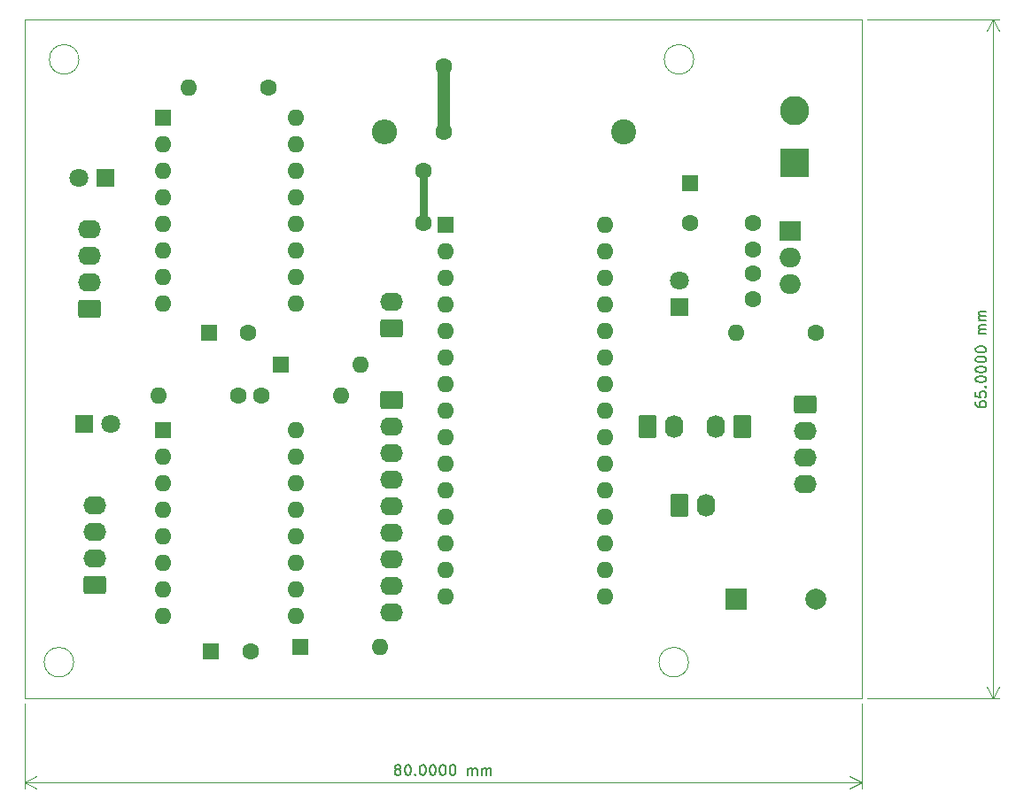
<source format=gbr>
%TF.GenerationSoftware,KiCad,Pcbnew,8.0.6*%
%TF.CreationDate,2026-01-06T07:00:52+07:00*%
%TF.ProjectId,Tesla coil winder Control board ,5465736c-6120-4636-9f69-6c2077696e64,rev?*%
%TF.SameCoordinates,Original*%
%TF.FileFunction,Copper,L1,Top*%
%TF.FilePolarity,Positive*%
%FSLAX46Y46*%
G04 Gerber Fmt 4.6, Leading zero omitted, Abs format (unit mm)*
G04 Created by KiCad (PCBNEW 8.0.6) date 2026-01-06 07:00:52*
%MOMM*%
%LPD*%
G01*
G04 APERTURE LIST*
G04 Aperture macros list*
%AMRoundRect*
0 Rectangle with rounded corners*
0 $1 Rounding radius*
0 $2 $3 $4 $5 $6 $7 $8 $9 X,Y pos of 4 corners*
0 Add a 4 corners polygon primitive as box body*
4,1,4,$2,$3,$4,$5,$6,$7,$8,$9,$2,$3,0*
0 Add four circle primitives for the rounded corners*
1,1,$1+$1,$2,$3*
1,1,$1+$1,$4,$5*
1,1,$1+$1,$6,$7*
1,1,$1+$1,$8,$9*
0 Add four rect primitives between the rounded corners*
20,1,$1+$1,$2,$3,$4,$5,0*
20,1,$1+$1,$4,$5,$6,$7,0*
20,1,$1+$1,$6,$7,$8,$9,0*
20,1,$1+$1,$8,$9,$2,$3,0*%
G04 Aperture macros list end*
%TA.AperFunction,ComponentPad*%
%ADD10C,1.600000*%
%TD*%
%TA.AperFunction,ComponentPad*%
%ADD11O,1.600000X1.600000*%
%TD*%
%TA.AperFunction,ComponentPad*%
%ADD12RoundRect,0.250000X0.845000X-0.620000X0.845000X0.620000X-0.845000X0.620000X-0.845000X-0.620000X0*%
%TD*%
%TA.AperFunction,ComponentPad*%
%ADD13O,2.190000X1.740000*%
%TD*%
%TA.AperFunction,ComponentPad*%
%ADD14RoundRect,0.250000X0.620000X0.845000X-0.620000X0.845000X-0.620000X-0.845000X0.620000X-0.845000X0*%
%TD*%
%TA.AperFunction,ComponentPad*%
%ADD15O,1.740000X2.190000*%
%TD*%
%TA.AperFunction,ComponentPad*%
%ADD16R,2.000000X1.905000*%
%TD*%
%TA.AperFunction,ComponentPad*%
%ADD17O,2.000000X1.905000*%
%TD*%
%TA.AperFunction,ComponentPad*%
%ADD18R,2.800000X2.800000*%
%TD*%
%TA.AperFunction,ComponentPad*%
%ADD19C,2.800000*%
%TD*%
%TA.AperFunction,ComponentPad*%
%ADD20RoundRect,0.250000X-0.620000X-0.845000X0.620000X-0.845000X0.620000X0.845000X-0.620000X0.845000X0*%
%TD*%
%TA.AperFunction,ComponentPad*%
%ADD21R,1.800000X1.800000*%
%TD*%
%TA.AperFunction,ComponentPad*%
%ADD22C,1.800000*%
%TD*%
%TA.AperFunction,ComponentPad*%
%ADD23R,1.600000X1.600000*%
%TD*%
%TA.AperFunction,ComponentPad*%
%ADD24RoundRect,0.250000X-0.845000X0.620000X-0.845000X-0.620000X0.845000X-0.620000X0.845000X0.620000X0*%
%TD*%
%TA.AperFunction,ComponentPad*%
%ADD25R,2.000000X2.000000*%
%TD*%
%TA.AperFunction,ComponentPad*%
%ADD26C,2.000000*%
%TD*%
%TA.AperFunction,ComponentPad*%
%ADD27C,2.400000*%
%TD*%
%TA.AperFunction,ComponentPad*%
%ADD28O,2.400000X2.400000*%
%TD*%
%TA.AperFunction,ViaPad*%
%ADD29C,1.600000*%
%TD*%
%TA.AperFunction,Conductor*%
%ADD30C,1.200000*%
%TD*%
%TA.AperFunction,Conductor*%
%ADD31C,0.800000*%
%TD*%
%TA.AperFunction,Profile*%
%ADD32C,0.050000*%
%TD*%
%ADD33C,0.150000*%
G04 APERTURE END LIST*
D10*
%TO.P,C5,1*%
%TO.N,+5V*%
X111500000Y-42810000D03*
%TO.P,C5,2*%
%TO.N,GNDPWR*%
X111500000Y-45310000D03*
%TD*%
%TO.P,R1,1*%
%TO.N,+5V*%
X65223144Y-25000000D03*
D11*
%TO.P,R1,2*%
%TO.N,Net-(D2-A)*%
X57603144Y-25000000D03*
%TD*%
D12*
%TO.P,J5,1,Pin_1*%
%TO.N,Net-(A3-B2)*%
X48603144Y-72576856D03*
D13*
%TO.P,J5,2,Pin_2*%
%TO.N,Net-(A3-B1)*%
X48603144Y-70036856D03*
%TO.P,J5,3,Pin_3*%
%TO.N,Net-(A3-A1)*%
X48603144Y-67496856D03*
%TO.P,J5,4,Pin_4*%
%TO.N,Net-(A3-A2)*%
X48603144Y-64956856D03*
%TD*%
D14*
%TO.P,J7,1,Pin_1*%
%TO.N,/Gantry limit -*%
X110540000Y-57500000D03*
D15*
%TO.P,J7,2,Pin_2*%
%TO.N,GNDPWR*%
X108000000Y-57500000D03*
%TD*%
D16*
%TO.P,U1,1,VI*%
%TO.N,+24V*%
X115055000Y-38730000D03*
D17*
%TO.P,U1,2,GND*%
%TO.N,GNDPWR*%
X115055000Y-41270000D03*
%TO.P,U1,3,VO*%
%TO.N,+5V*%
X115055000Y-43810000D03*
%TD*%
D10*
%TO.P,R4,1*%
%TO.N,+5V*%
X64500000Y-54500000D03*
D11*
%TO.P,R4,2*%
%TO.N,/e stop*%
X72120000Y-54500000D03*
%TD*%
D18*
%TO.P,J3,1,Pin_1*%
%TO.N,GNDPWR*%
X115500000Y-32230000D03*
D19*
%TO.P,J3,2,Pin_2*%
%TO.N,Net-(J3-Pin_2)*%
X115500000Y-27230000D03*
%TD*%
D20*
%TO.P,J8,1,Pin_1*%
%TO.N,/Tension switch*%
X104460000Y-65000000D03*
D15*
%TO.P,J8,2,Pin_2*%
%TO.N,GNDPWR*%
X107000000Y-65000000D03*
%TD*%
D12*
%TO.P,J4,1,Pin_1*%
%TO.N,Net-(A2-B2)*%
X48103144Y-46200000D03*
D13*
%TO.P,J4,2,Pin_2*%
%TO.N,Net-(A2-B1)*%
X48103144Y-43660000D03*
%TO.P,J4,3,Pin_3*%
%TO.N,Net-(A2-A1)*%
X48103144Y-41120000D03*
%TO.P,J4,4,Pin_4*%
%TO.N,Net-(A2-A2)*%
X48103144Y-38580000D03*
%TD*%
D21*
%TO.P,D2,1,K*%
%TO.N,Net-(A2-~{FLT})*%
X49603144Y-33696856D03*
D22*
%TO.P,D2,2,A*%
%TO.N,Net-(D2-A)*%
X47063144Y-33696856D03*
%TD*%
D23*
%TO.P,A1,1,TX1*%
%TO.N,/dir 1*%
X82180000Y-38120000D03*
D11*
%TO.P,A1,2,RX1*%
%TO.N,/dir 2*%
X82180000Y-40660000D03*
%TO.P,A1,3,~{RESET}*%
%TO.N,unconnected-(A1-~{RESET}-Pad3)*%
X82180000Y-43200000D03*
%TO.P,A1,4,GND*%
%TO.N,GNDPWR*%
X82180000Y-45740000D03*
%TO.P,A1,5,D2*%
%TO.N,/e stop*%
X82180000Y-48280000D03*
%TO.P,A1,6,D3*%
%TO.N,Net-(A1-D3)*%
X82180000Y-50820000D03*
%TO.P,A1,7,D4*%
%TO.N,Net-(A1-D4)*%
X82180000Y-53360000D03*
%TO.P,A1,8,D5*%
%TO.N,Net-(A1-D5)*%
X82180000Y-55900000D03*
%TO.P,A1,9,D6*%
%TO.N,Net-(A1-D6)*%
X82180000Y-58440000D03*
%TO.P,A1,10,D7*%
%TO.N,Net-(A1-D7)*%
X82180000Y-60980000D03*
%TO.P,A1,11,D8*%
%TO.N,Net-(A1-D8)*%
X82180000Y-63520000D03*
%TO.P,A1,12,D9*%
%TO.N,/step 2*%
X82180000Y-66060000D03*
%TO.P,A1,13,D10*%
%TO.N,/step 1*%
X82180000Y-68600000D03*
%TO.P,A1,14,MOSI*%
%TO.N,Net-(A1-MOSI)*%
X82180000Y-71140000D03*
%TO.P,A1,15,MISO*%
%TO.N,Net-(A1-MISO)*%
X82180000Y-73680000D03*
%TO.P,A1,16,SCK*%
%TO.N,Net-(A1-SCK)*%
X97420000Y-73680000D03*
%TO.P,A1,17,3V3*%
%TO.N,unconnected-(A1-3V3-Pad17)*%
X97420000Y-71140000D03*
%TO.P,A1,18,AREF*%
%TO.N,unconnected-(A1-AREF-Pad18)*%
X97420000Y-68600000D03*
%TO.P,A1,19,A0*%
%TO.N,/Keypad 9*%
X97420000Y-66060000D03*
%TO.P,A1,20,A1*%
%TO.N,/Tension switch*%
X97420000Y-63520000D03*
%TO.P,A1,21,A2*%
%TO.N,/Gantry limit -*%
X97420000Y-60980000D03*
%TO.P,A1,22,A3*%
%TO.N,/Gantry limit +*%
X97420000Y-58440000D03*
%TO.P,A1,23,SDA/A4*%
%TO.N,/SDA*%
X97420000Y-55900000D03*
%TO.P,A1,24,SCL/A5*%
%TO.N,/SCL*%
X97420000Y-53360000D03*
%TO.P,A1,25,A6*%
%TO.N,unconnected-(A1-A6-Pad25)*%
X97420000Y-50820000D03*
%TO.P,A1,26,A7*%
%TO.N,unconnected-(A1-A7-Pad26)*%
X97420000Y-48280000D03*
%TO.P,A1,27,+5V*%
%TO.N,+5V*%
X97420000Y-45740000D03*
%TO.P,A1,28,~{RESET}*%
%TO.N,unconnected-(A1-~{RESET}-Pad28)*%
X97420000Y-43200000D03*
%TO.P,A1,29,GND*%
%TO.N,GNDPWR*%
X97420000Y-40660000D03*
%TO.P,A1,30,VIN*%
%TO.N,unconnected-(A1-VIN-Pad30)*%
X97420000Y-38120000D03*
%TD*%
D23*
%TO.P,C2,1*%
%TO.N,+24V*%
X59500000Y-48500000D03*
D10*
%TO.P,C2,2*%
%TO.N,GNDPWR*%
X63300000Y-48500000D03*
%TD*%
%TO.P,C4,1*%
%TO.N,+24V*%
X111500000Y-38000000D03*
%TO.P,C4,2*%
%TO.N,GNDPWR*%
X111500000Y-40500000D03*
%TD*%
%TO.P,R3,1*%
%TO.N,GNDPWR*%
X117555000Y-48500000D03*
D11*
%TO.P,R3,2*%
%TO.N,Net-(D3-K)*%
X109935000Y-48500000D03*
%TD*%
D20*
%TO.P,J6,1,Pin_1*%
%TO.N,/Gantry limit +*%
X101460000Y-57500000D03*
D15*
%TO.P,J6,2,Pin_2*%
%TO.N,GNDPWR*%
X104000000Y-57500000D03*
%TD*%
D10*
%TO.P,R2,1*%
%TO.N,+5V*%
X62310000Y-54500000D03*
D11*
%TO.P,R2,2*%
%TO.N,Net-(D1-A)*%
X54690000Y-54500000D03*
%TD*%
D23*
%TO.P,A3,1,GND*%
%TO.N,GNDPWR*%
X55103144Y-57766856D03*
D11*
%TO.P,A3,2,~{FLT}*%
%TO.N,Net-(A3-~{FLT})*%
X55103144Y-60306856D03*
%TO.P,A3,3,A2*%
%TO.N,Net-(A3-A2)*%
X55103144Y-62846856D03*
%TO.P,A3,4,A1*%
%TO.N,Net-(A3-A1)*%
X55103144Y-65386856D03*
%TO.P,A3,5,B1*%
%TO.N,Net-(A3-B1)*%
X55103144Y-67926856D03*
%TO.P,A3,6,B2*%
%TO.N,Net-(A3-B2)*%
X55103144Y-70466856D03*
%TO.P,A3,7,GND*%
%TO.N,GNDPWR*%
X55103144Y-73006856D03*
%TO.P,A3,8,VMOT*%
%TO.N,+24V*%
X55103144Y-75546856D03*
%TO.P,A3,9,~{EN}*%
%TO.N,Net-(A3-~{EN})*%
X67803144Y-75546856D03*
%TO.P,A3,10,M0*%
%TO.N,Net-(A3-M0)*%
X67803144Y-73006856D03*
%TO.P,A3,11,M1*%
%TO.N,Net-(A3-M1)*%
X67803144Y-70466856D03*
%TO.P,A3,12,M2*%
%TO.N,Net-(A3-M2)*%
X67803144Y-67926856D03*
%TO.P,A3,13,~{RST}*%
%TO.N,+5V*%
X67803144Y-65386856D03*
%TO.P,A3,14,~{SLP}*%
X67803144Y-62846856D03*
%TO.P,A3,15,STEP*%
%TO.N,/step 2*%
X67803144Y-60306856D03*
%TO.P,A3,16,DIR*%
%TO.N,/dir 2*%
X67803144Y-57766856D03*
%TD*%
D23*
%TO.P,C1,1*%
%TO.N,+24V*%
X59700000Y-79000000D03*
D10*
%TO.P,C1,2*%
%TO.N,GNDPWR*%
X63500000Y-79000000D03*
%TD*%
D24*
%TO.P,J10,1,Pin_1*%
%TO.N,Net-(A1-D3)*%
X77000000Y-54920000D03*
D13*
%TO.P,J10,2,Pin_2*%
%TO.N,Net-(A1-D4)*%
X77000000Y-57460000D03*
%TO.P,J10,3,Pin_3*%
%TO.N,Net-(A1-D5)*%
X77000000Y-60000000D03*
%TO.P,J10,4,Pin_4*%
%TO.N,Net-(A1-D6)*%
X77000000Y-62540000D03*
%TO.P,J10,5,Pin_5*%
%TO.N,Net-(A1-D7)*%
X77000000Y-65080000D03*
%TO.P,J10,6,Pin_6*%
%TO.N,Net-(A1-D8)*%
X77000000Y-67620000D03*
%TO.P,J10,7,Pin_7*%
%TO.N,Net-(A1-MOSI)*%
X77000000Y-70160000D03*
%TO.P,J10,8,Pin_8*%
%TO.N,Net-(A1-MISO)*%
X77000000Y-72700000D03*
%TO.P,J10,9,Pin_9*%
%TO.N,/Keypad 9*%
X77000000Y-75240000D03*
%TD*%
D24*
%TO.P,J2,1,Pin_1*%
%TO.N,/SCL*%
X116500000Y-55380000D03*
D13*
%TO.P,J2,2,Pin_2*%
%TO.N,/SDA*%
X116500000Y-57920000D03*
%TO.P,J2,3,Pin_3*%
%TO.N,+5V*%
X116500000Y-60460000D03*
%TO.P,J2,4,Pin_4*%
%TO.N,GNDPWR*%
X116500000Y-63000000D03*
%TD*%
D23*
%TO.P,A2,1,GND*%
%TO.N,GNDPWR*%
X55103144Y-27920000D03*
D11*
%TO.P,A2,2,~{FLT}*%
%TO.N,Net-(A2-~{FLT})*%
X55103144Y-30460000D03*
%TO.P,A2,3,A2*%
%TO.N,Net-(A2-A2)*%
X55103144Y-33000000D03*
%TO.P,A2,4,A1*%
%TO.N,Net-(A2-A1)*%
X55103144Y-35540000D03*
%TO.P,A2,5,B1*%
%TO.N,Net-(A2-B1)*%
X55103144Y-38080000D03*
%TO.P,A2,6,B2*%
%TO.N,Net-(A2-B2)*%
X55103144Y-40620000D03*
%TO.P,A2,7,GND*%
%TO.N,GNDPWR*%
X55103144Y-43160000D03*
%TO.P,A2,8,VMOT*%
%TO.N,+24V*%
X55103144Y-45700000D03*
%TO.P,A2,9,~{EN}*%
%TO.N,Net-(A2-~{EN})*%
X67803144Y-45700000D03*
%TO.P,A2,10,M0*%
%TO.N,Net-(A2-M0)*%
X67803144Y-43160000D03*
%TO.P,A2,11,M1*%
%TO.N,Net-(A2-M1)*%
X67803144Y-40620000D03*
%TO.P,A2,12,M2*%
%TO.N,Net-(A2-M2)*%
X67803144Y-38080000D03*
%TO.P,A2,13,~{RST}*%
%TO.N,+5V*%
X67803144Y-35540000D03*
%TO.P,A2,14,~{SLP}*%
X67803144Y-33000000D03*
%TO.P,A2,15,STEP*%
%TO.N,/step 1*%
X67803144Y-30460000D03*
%TO.P,A2,16,DIR*%
%TO.N,/dir 1*%
X67803144Y-27920000D03*
%TD*%
D25*
%TO.P,BZ1,1,+*%
%TO.N,Net-(A1-SCK)*%
X109900000Y-74000000D03*
D26*
%TO.P,BZ1,2,-*%
%TO.N,GNDPWR*%
X117500000Y-74000000D03*
%TD*%
D23*
%TO.P,C3,1*%
%TO.N,+24V*%
X105500000Y-34200000D03*
D10*
%TO.P,C3,2*%
%TO.N,GNDPWR*%
X105500000Y-38000000D03*
%TD*%
D23*
%TO.P,D5,1,K*%
%TO.N,Net-(A3-~{EN})*%
X68303144Y-78536856D03*
D11*
%TO.P,D5,2,A*%
%TO.N,/e stop*%
X75923144Y-78536856D03*
%TD*%
D12*
%TO.P,J9,1,Pin_1*%
%TO.N,/e stop*%
X77020000Y-48040000D03*
D13*
%TO.P,J9,2,Pin_2*%
%TO.N,GNDPWR*%
X77020000Y-45500000D03*
%TD*%
D21*
%TO.P,D1,1,K*%
%TO.N,Net-(A3-~{FLT})*%
X47563144Y-57196856D03*
D22*
%TO.P,D1,2,A*%
%TO.N,Net-(D1-A)*%
X50103144Y-57196856D03*
%TD*%
D21*
%TO.P,D3,1,K*%
%TO.N,Net-(D3-K)*%
X104500000Y-46040000D03*
D22*
%TO.P,D3,2,A*%
%TO.N,+24V*%
X104500000Y-43500000D03*
%TD*%
D27*
%TO.P,F1,1*%
%TO.N,Net-(J3-Pin_2)*%
X99200000Y-29230000D03*
D28*
%TO.P,F1,2*%
%TO.N,+24V*%
X76340000Y-29230000D03*
%TD*%
D23*
%TO.P,D4,1,K*%
%TO.N,Net-(A2-~{EN})*%
X66380000Y-51536856D03*
D11*
%TO.P,D4,2,A*%
%TO.N,/e stop*%
X74000000Y-51536856D03*
%TD*%
D29*
%TO.N,+24V*%
X82000000Y-23000000D03*
X82000000Y-29230000D03*
%TO.N,/dir 1*%
X80000000Y-38000000D03*
X80000000Y-33000000D03*
%TD*%
D30*
%TO.N,+24V*%
X82000000Y-29230000D02*
X82000000Y-23000000D01*
D31*
%TO.N,/dir 1*%
X80000000Y-38000000D02*
X80000000Y-33000000D01*
%TD*%
D32*
X46603145Y-80000000D02*
G75*
G02*
X43774717Y-80000000I-1414214J0D01*
G01*
X43774717Y-80000000D02*
G75*
G02*
X46603145Y-80000000I1414214J0D01*
G01*
X105868717Y-22333726D02*
G75*
G02*
X103040289Y-22333726I-1414214J0D01*
G01*
X103040289Y-22333726D02*
G75*
G02*
X105868717Y-22333726I1414214J0D01*
G01*
X41915087Y-18487449D02*
X121915087Y-18487449D01*
X121915087Y-83487449D01*
X41915087Y-83487449D01*
X41915087Y-18487449D01*
X105368717Y-80000000D02*
G75*
G02*
X102540289Y-80000000I-1414214J0D01*
G01*
X102540289Y-80000000D02*
G75*
G02*
X105368717Y-80000000I1414214J0D01*
G01*
X47103145Y-22333726D02*
G75*
G02*
X44274717Y-22333726I-1414214J0D01*
G01*
X44274717Y-22333726D02*
G75*
G02*
X47103145Y-22333726I1414214J0D01*
G01*
D33*
X77486516Y-90233389D02*
X77391278Y-90185770D01*
X77391278Y-90185770D02*
X77343659Y-90138151D01*
X77343659Y-90138151D02*
X77296040Y-90042913D01*
X77296040Y-90042913D02*
X77296040Y-89995294D01*
X77296040Y-89995294D02*
X77343659Y-89900056D01*
X77343659Y-89900056D02*
X77391278Y-89852437D01*
X77391278Y-89852437D02*
X77486516Y-89804818D01*
X77486516Y-89804818D02*
X77676992Y-89804818D01*
X77676992Y-89804818D02*
X77772230Y-89852437D01*
X77772230Y-89852437D02*
X77819849Y-89900056D01*
X77819849Y-89900056D02*
X77867468Y-89995294D01*
X77867468Y-89995294D02*
X77867468Y-90042913D01*
X77867468Y-90042913D02*
X77819849Y-90138151D01*
X77819849Y-90138151D02*
X77772230Y-90185770D01*
X77772230Y-90185770D02*
X77676992Y-90233389D01*
X77676992Y-90233389D02*
X77486516Y-90233389D01*
X77486516Y-90233389D02*
X77391278Y-90281008D01*
X77391278Y-90281008D02*
X77343659Y-90328627D01*
X77343659Y-90328627D02*
X77296040Y-90423865D01*
X77296040Y-90423865D02*
X77296040Y-90614341D01*
X77296040Y-90614341D02*
X77343659Y-90709579D01*
X77343659Y-90709579D02*
X77391278Y-90757199D01*
X77391278Y-90757199D02*
X77486516Y-90804818D01*
X77486516Y-90804818D02*
X77676992Y-90804818D01*
X77676992Y-90804818D02*
X77772230Y-90757199D01*
X77772230Y-90757199D02*
X77819849Y-90709579D01*
X77819849Y-90709579D02*
X77867468Y-90614341D01*
X77867468Y-90614341D02*
X77867468Y-90423865D01*
X77867468Y-90423865D02*
X77819849Y-90328627D01*
X77819849Y-90328627D02*
X77772230Y-90281008D01*
X77772230Y-90281008D02*
X77676992Y-90233389D01*
X78486516Y-89804818D02*
X78581754Y-89804818D01*
X78581754Y-89804818D02*
X78676992Y-89852437D01*
X78676992Y-89852437D02*
X78724611Y-89900056D01*
X78724611Y-89900056D02*
X78772230Y-89995294D01*
X78772230Y-89995294D02*
X78819849Y-90185770D01*
X78819849Y-90185770D02*
X78819849Y-90423865D01*
X78819849Y-90423865D02*
X78772230Y-90614341D01*
X78772230Y-90614341D02*
X78724611Y-90709579D01*
X78724611Y-90709579D02*
X78676992Y-90757199D01*
X78676992Y-90757199D02*
X78581754Y-90804818D01*
X78581754Y-90804818D02*
X78486516Y-90804818D01*
X78486516Y-90804818D02*
X78391278Y-90757199D01*
X78391278Y-90757199D02*
X78343659Y-90709579D01*
X78343659Y-90709579D02*
X78296040Y-90614341D01*
X78296040Y-90614341D02*
X78248421Y-90423865D01*
X78248421Y-90423865D02*
X78248421Y-90185770D01*
X78248421Y-90185770D02*
X78296040Y-89995294D01*
X78296040Y-89995294D02*
X78343659Y-89900056D01*
X78343659Y-89900056D02*
X78391278Y-89852437D01*
X78391278Y-89852437D02*
X78486516Y-89804818D01*
X79248421Y-90709579D02*
X79296040Y-90757199D01*
X79296040Y-90757199D02*
X79248421Y-90804818D01*
X79248421Y-90804818D02*
X79200802Y-90757199D01*
X79200802Y-90757199D02*
X79248421Y-90709579D01*
X79248421Y-90709579D02*
X79248421Y-90804818D01*
X79915087Y-89804818D02*
X80010325Y-89804818D01*
X80010325Y-89804818D02*
X80105563Y-89852437D01*
X80105563Y-89852437D02*
X80153182Y-89900056D01*
X80153182Y-89900056D02*
X80200801Y-89995294D01*
X80200801Y-89995294D02*
X80248420Y-90185770D01*
X80248420Y-90185770D02*
X80248420Y-90423865D01*
X80248420Y-90423865D02*
X80200801Y-90614341D01*
X80200801Y-90614341D02*
X80153182Y-90709579D01*
X80153182Y-90709579D02*
X80105563Y-90757199D01*
X80105563Y-90757199D02*
X80010325Y-90804818D01*
X80010325Y-90804818D02*
X79915087Y-90804818D01*
X79915087Y-90804818D02*
X79819849Y-90757199D01*
X79819849Y-90757199D02*
X79772230Y-90709579D01*
X79772230Y-90709579D02*
X79724611Y-90614341D01*
X79724611Y-90614341D02*
X79676992Y-90423865D01*
X79676992Y-90423865D02*
X79676992Y-90185770D01*
X79676992Y-90185770D02*
X79724611Y-89995294D01*
X79724611Y-89995294D02*
X79772230Y-89900056D01*
X79772230Y-89900056D02*
X79819849Y-89852437D01*
X79819849Y-89852437D02*
X79915087Y-89804818D01*
X80867468Y-89804818D02*
X80962706Y-89804818D01*
X80962706Y-89804818D02*
X81057944Y-89852437D01*
X81057944Y-89852437D02*
X81105563Y-89900056D01*
X81105563Y-89900056D02*
X81153182Y-89995294D01*
X81153182Y-89995294D02*
X81200801Y-90185770D01*
X81200801Y-90185770D02*
X81200801Y-90423865D01*
X81200801Y-90423865D02*
X81153182Y-90614341D01*
X81153182Y-90614341D02*
X81105563Y-90709579D01*
X81105563Y-90709579D02*
X81057944Y-90757199D01*
X81057944Y-90757199D02*
X80962706Y-90804818D01*
X80962706Y-90804818D02*
X80867468Y-90804818D01*
X80867468Y-90804818D02*
X80772230Y-90757199D01*
X80772230Y-90757199D02*
X80724611Y-90709579D01*
X80724611Y-90709579D02*
X80676992Y-90614341D01*
X80676992Y-90614341D02*
X80629373Y-90423865D01*
X80629373Y-90423865D02*
X80629373Y-90185770D01*
X80629373Y-90185770D02*
X80676992Y-89995294D01*
X80676992Y-89995294D02*
X80724611Y-89900056D01*
X80724611Y-89900056D02*
X80772230Y-89852437D01*
X80772230Y-89852437D02*
X80867468Y-89804818D01*
X81819849Y-89804818D02*
X81915087Y-89804818D01*
X81915087Y-89804818D02*
X82010325Y-89852437D01*
X82010325Y-89852437D02*
X82057944Y-89900056D01*
X82057944Y-89900056D02*
X82105563Y-89995294D01*
X82105563Y-89995294D02*
X82153182Y-90185770D01*
X82153182Y-90185770D02*
X82153182Y-90423865D01*
X82153182Y-90423865D02*
X82105563Y-90614341D01*
X82105563Y-90614341D02*
X82057944Y-90709579D01*
X82057944Y-90709579D02*
X82010325Y-90757199D01*
X82010325Y-90757199D02*
X81915087Y-90804818D01*
X81915087Y-90804818D02*
X81819849Y-90804818D01*
X81819849Y-90804818D02*
X81724611Y-90757199D01*
X81724611Y-90757199D02*
X81676992Y-90709579D01*
X81676992Y-90709579D02*
X81629373Y-90614341D01*
X81629373Y-90614341D02*
X81581754Y-90423865D01*
X81581754Y-90423865D02*
X81581754Y-90185770D01*
X81581754Y-90185770D02*
X81629373Y-89995294D01*
X81629373Y-89995294D02*
X81676992Y-89900056D01*
X81676992Y-89900056D02*
X81724611Y-89852437D01*
X81724611Y-89852437D02*
X81819849Y-89804818D01*
X82772230Y-89804818D02*
X82867468Y-89804818D01*
X82867468Y-89804818D02*
X82962706Y-89852437D01*
X82962706Y-89852437D02*
X83010325Y-89900056D01*
X83010325Y-89900056D02*
X83057944Y-89995294D01*
X83057944Y-89995294D02*
X83105563Y-90185770D01*
X83105563Y-90185770D02*
X83105563Y-90423865D01*
X83105563Y-90423865D02*
X83057944Y-90614341D01*
X83057944Y-90614341D02*
X83010325Y-90709579D01*
X83010325Y-90709579D02*
X82962706Y-90757199D01*
X82962706Y-90757199D02*
X82867468Y-90804818D01*
X82867468Y-90804818D02*
X82772230Y-90804818D01*
X82772230Y-90804818D02*
X82676992Y-90757199D01*
X82676992Y-90757199D02*
X82629373Y-90709579D01*
X82629373Y-90709579D02*
X82581754Y-90614341D01*
X82581754Y-90614341D02*
X82534135Y-90423865D01*
X82534135Y-90423865D02*
X82534135Y-90185770D01*
X82534135Y-90185770D02*
X82581754Y-89995294D01*
X82581754Y-89995294D02*
X82629373Y-89900056D01*
X82629373Y-89900056D02*
X82676992Y-89852437D01*
X82676992Y-89852437D02*
X82772230Y-89804818D01*
X84296040Y-90804818D02*
X84296040Y-90138151D01*
X84296040Y-90233389D02*
X84343659Y-90185770D01*
X84343659Y-90185770D02*
X84438897Y-90138151D01*
X84438897Y-90138151D02*
X84581754Y-90138151D01*
X84581754Y-90138151D02*
X84676992Y-90185770D01*
X84676992Y-90185770D02*
X84724611Y-90281008D01*
X84724611Y-90281008D02*
X84724611Y-90804818D01*
X84724611Y-90281008D02*
X84772230Y-90185770D01*
X84772230Y-90185770D02*
X84867468Y-90138151D01*
X84867468Y-90138151D02*
X85010325Y-90138151D01*
X85010325Y-90138151D02*
X85105564Y-90185770D01*
X85105564Y-90185770D02*
X85153183Y-90281008D01*
X85153183Y-90281008D02*
X85153183Y-90804818D01*
X85629373Y-90804818D02*
X85629373Y-90138151D01*
X85629373Y-90233389D02*
X85676992Y-90185770D01*
X85676992Y-90185770D02*
X85772230Y-90138151D01*
X85772230Y-90138151D02*
X85915087Y-90138151D01*
X85915087Y-90138151D02*
X86010325Y-90185770D01*
X86010325Y-90185770D02*
X86057944Y-90281008D01*
X86057944Y-90281008D02*
X86057944Y-90804818D01*
X86057944Y-90281008D02*
X86105563Y-90185770D01*
X86105563Y-90185770D02*
X86200801Y-90138151D01*
X86200801Y-90138151D02*
X86343658Y-90138151D01*
X86343658Y-90138151D02*
X86438897Y-90185770D01*
X86438897Y-90185770D02*
X86486516Y-90281008D01*
X86486516Y-90281008D02*
X86486516Y-90804818D01*
D32*
X41915087Y-83987449D02*
X41915087Y-92086419D01*
X121915087Y-83987449D02*
X121915087Y-92086419D01*
X41915087Y-91499999D02*
X121915087Y-91499999D01*
X41915087Y-91499999D02*
X121915087Y-91499999D01*
X41915087Y-91499999D02*
X43041591Y-90913578D01*
X41915087Y-91499999D02*
X43041591Y-92086420D01*
X121915087Y-91499999D02*
X120788583Y-92086420D01*
X121915087Y-91499999D02*
X120788583Y-90913578D01*
D33*
X132804819Y-55130305D02*
X132804819Y-55320781D01*
X132804819Y-55320781D02*
X132852438Y-55416019D01*
X132852438Y-55416019D02*
X132900057Y-55463638D01*
X132900057Y-55463638D02*
X133042914Y-55558876D01*
X133042914Y-55558876D02*
X133233390Y-55606495D01*
X133233390Y-55606495D02*
X133614342Y-55606495D01*
X133614342Y-55606495D02*
X133709580Y-55558876D01*
X133709580Y-55558876D02*
X133757200Y-55511257D01*
X133757200Y-55511257D02*
X133804819Y-55416019D01*
X133804819Y-55416019D02*
X133804819Y-55225543D01*
X133804819Y-55225543D02*
X133757200Y-55130305D01*
X133757200Y-55130305D02*
X133709580Y-55082686D01*
X133709580Y-55082686D02*
X133614342Y-55035067D01*
X133614342Y-55035067D02*
X133376247Y-55035067D01*
X133376247Y-55035067D02*
X133281009Y-55082686D01*
X133281009Y-55082686D02*
X133233390Y-55130305D01*
X133233390Y-55130305D02*
X133185771Y-55225543D01*
X133185771Y-55225543D02*
X133185771Y-55416019D01*
X133185771Y-55416019D02*
X133233390Y-55511257D01*
X133233390Y-55511257D02*
X133281009Y-55558876D01*
X133281009Y-55558876D02*
X133376247Y-55606495D01*
X132804819Y-54130305D02*
X132804819Y-54606495D01*
X132804819Y-54606495D02*
X133281009Y-54654114D01*
X133281009Y-54654114D02*
X133233390Y-54606495D01*
X133233390Y-54606495D02*
X133185771Y-54511257D01*
X133185771Y-54511257D02*
X133185771Y-54273162D01*
X133185771Y-54273162D02*
X133233390Y-54177924D01*
X133233390Y-54177924D02*
X133281009Y-54130305D01*
X133281009Y-54130305D02*
X133376247Y-54082686D01*
X133376247Y-54082686D02*
X133614342Y-54082686D01*
X133614342Y-54082686D02*
X133709580Y-54130305D01*
X133709580Y-54130305D02*
X133757200Y-54177924D01*
X133757200Y-54177924D02*
X133804819Y-54273162D01*
X133804819Y-54273162D02*
X133804819Y-54511257D01*
X133804819Y-54511257D02*
X133757200Y-54606495D01*
X133757200Y-54606495D02*
X133709580Y-54654114D01*
X133709580Y-53654114D02*
X133757200Y-53606495D01*
X133757200Y-53606495D02*
X133804819Y-53654114D01*
X133804819Y-53654114D02*
X133757200Y-53701733D01*
X133757200Y-53701733D02*
X133709580Y-53654114D01*
X133709580Y-53654114D02*
X133804819Y-53654114D01*
X132804819Y-52987448D02*
X132804819Y-52892210D01*
X132804819Y-52892210D02*
X132852438Y-52796972D01*
X132852438Y-52796972D02*
X132900057Y-52749353D01*
X132900057Y-52749353D02*
X132995295Y-52701734D01*
X132995295Y-52701734D02*
X133185771Y-52654115D01*
X133185771Y-52654115D02*
X133423866Y-52654115D01*
X133423866Y-52654115D02*
X133614342Y-52701734D01*
X133614342Y-52701734D02*
X133709580Y-52749353D01*
X133709580Y-52749353D02*
X133757200Y-52796972D01*
X133757200Y-52796972D02*
X133804819Y-52892210D01*
X133804819Y-52892210D02*
X133804819Y-52987448D01*
X133804819Y-52987448D02*
X133757200Y-53082686D01*
X133757200Y-53082686D02*
X133709580Y-53130305D01*
X133709580Y-53130305D02*
X133614342Y-53177924D01*
X133614342Y-53177924D02*
X133423866Y-53225543D01*
X133423866Y-53225543D02*
X133185771Y-53225543D01*
X133185771Y-53225543D02*
X132995295Y-53177924D01*
X132995295Y-53177924D02*
X132900057Y-53130305D01*
X132900057Y-53130305D02*
X132852438Y-53082686D01*
X132852438Y-53082686D02*
X132804819Y-52987448D01*
X132804819Y-52035067D02*
X132804819Y-51939829D01*
X132804819Y-51939829D02*
X132852438Y-51844591D01*
X132852438Y-51844591D02*
X132900057Y-51796972D01*
X132900057Y-51796972D02*
X132995295Y-51749353D01*
X132995295Y-51749353D02*
X133185771Y-51701734D01*
X133185771Y-51701734D02*
X133423866Y-51701734D01*
X133423866Y-51701734D02*
X133614342Y-51749353D01*
X133614342Y-51749353D02*
X133709580Y-51796972D01*
X133709580Y-51796972D02*
X133757200Y-51844591D01*
X133757200Y-51844591D02*
X133804819Y-51939829D01*
X133804819Y-51939829D02*
X133804819Y-52035067D01*
X133804819Y-52035067D02*
X133757200Y-52130305D01*
X133757200Y-52130305D02*
X133709580Y-52177924D01*
X133709580Y-52177924D02*
X133614342Y-52225543D01*
X133614342Y-52225543D02*
X133423866Y-52273162D01*
X133423866Y-52273162D02*
X133185771Y-52273162D01*
X133185771Y-52273162D02*
X132995295Y-52225543D01*
X132995295Y-52225543D02*
X132900057Y-52177924D01*
X132900057Y-52177924D02*
X132852438Y-52130305D01*
X132852438Y-52130305D02*
X132804819Y-52035067D01*
X132804819Y-51082686D02*
X132804819Y-50987448D01*
X132804819Y-50987448D02*
X132852438Y-50892210D01*
X132852438Y-50892210D02*
X132900057Y-50844591D01*
X132900057Y-50844591D02*
X132995295Y-50796972D01*
X132995295Y-50796972D02*
X133185771Y-50749353D01*
X133185771Y-50749353D02*
X133423866Y-50749353D01*
X133423866Y-50749353D02*
X133614342Y-50796972D01*
X133614342Y-50796972D02*
X133709580Y-50844591D01*
X133709580Y-50844591D02*
X133757200Y-50892210D01*
X133757200Y-50892210D02*
X133804819Y-50987448D01*
X133804819Y-50987448D02*
X133804819Y-51082686D01*
X133804819Y-51082686D02*
X133757200Y-51177924D01*
X133757200Y-51177924D02*
X133709580Y-51225543D01*
X133709580Y-51225543D02*
X133614342Y-51273162D01*
X133614342Y-51273162D02*
X133423866Y-51320781D01*
X133423866Y-51320781D02*
X133185771Y-51320781D01*
X133185771Y-51320781D02*
X132995295Y-51273162D01*
X132995295Y-51273162D02*
X132900057Y-51225543D01*
X132900057Y-51225543D02*
X132852438Y-51177924D01*
X132852438Y-51177924D02*
X132804819Y-51082686D01*
X132804819Y-50130305D02*
X132804819Y-50035067D01*
X132804819Y-50035067D02*
X132852438Y-49939829D01*
X132852438Y-49939829D02*
X132900057Y-49892210D01*
X132900057Y-49892210D02*
X132995295Y-49844591D01*
X132995295Y-49844591D02*
X133185771Y-49796972D01*
X133185771Y-49796972D02*
X133423866Y-49796972D01*
X133423866Y-49796972D02*
X133614342Y-49844591D01*
X133614342Y-49844591D02*
X133709580Y-49892210D01*
X133709580Y-49892210D02*
X133757200Y-49939829D01*
X133757200Y-49939829D02*
X133804819Y-50035067D01*
X133804819Y-50035067D02*
X133804819Y-50130305D01*
X133804819Y-50130305D02*
X133757200Y-50225543D01*
X133757200Y-50225543D02*
X133709580Y-50273162D01*
X133709580Y-50273162D02*
X133614342Y-50320781D01*
X133614342Y-50320781D02*
X133423866Y-50368400D01*
X133423866Y-50368400D02*
X133185771Y-50368400D01*
X133185771Y-50368400D02*
X132995295Y-50320781D01*
X132995295Y-50320781D02*
X132900057Y-50273162D01*
X132900057Y-50273162D02*
X132852438Y-50225543D01*
X132852438Y-50225543D02*
X132804819Y-50130305D01*
X133804819Y-48606495D02*
X133138152Y-48606495D01*
X133233390Y-48606495D02*
X133185771Y-48558876D01*
X133185771Y-48558876D02*
X133138152Y-48463638D01*
X133138152Y-48463638D02*
X133138152Y-48320781D01*
X133138152Y-48320781D02*
X133185771Y-48225543D01*
X133185771Y-48225543D02*
X133281009Y-48177924D01*
X133281009Y-48177924D02*
X133804819Y-48177924D01*
X133281009Y-48177924D02*
X133185771Y-48130305D01*
X133185771Y-48130305D02*
X133138152Y-48035067D01*
X133138152Y-48035067D02*
X133138152Y-47892210D01*
X133138152Y-47892210D02*
X133185771Y-47796971D01*
X133185771Y-47796971D02*
X133281009Y-47749352D01*
X133281009Y-47749352D02*
X133804819Y-47749352D01*
X133804819Y-47273162D02*
X133138152Y-47273162D01*
X133233390Y-47273162D02*
X133185771Y-47225543D01*
X133185771Y-47225543D02*
X133138152Y-47130305D01*
X133138152Y-47130305D02*
X133138152Y-46987448D01*
X133138152Y-46987448D02*
X133185771Y-46892210D01*
X133185771Y-46892210D02*
X133281009Y-46844591D01*
X133281009Y-46844591D02*
X133804819Y-46844591D01*
X133281009Y-46844591D02*
X133185771Y-46796972D01*
X133185771Y-46796972D02*
X133138152Y-46701734D01*
X133138152Y-46701734D02*
X133138152Y-46558877D01*
X133138152Y-46558877D02*
X133185771Y-46463638D01*
X133185771Y-46463638D02*
X133281009Y-46416019D01*
X133281009Y-46416019D02*
X133804819Y-46416019D01*
D32*
X122415087Y-83487449D02*
X135086420Y-83487449D01*
X122415087Y-18487449D02*
X135086420Y-18487449D01*
X134500000Y-83487449D02*
X134500000Y-18487449D01*
X134500000Y-83487449D02*
X134500000Y-18487449D01*
X134500000Y-83487449D02*
X133913579Y-82360945D01*
X134500000Y-83487449D02*
X135086421Y-82360945D01*
X134500000Y-18487449D02*
X135086421Y-19613953D01*
X134500000Y-18487449D02*
X133913579Y-19613953D01*
M02*

</source>
